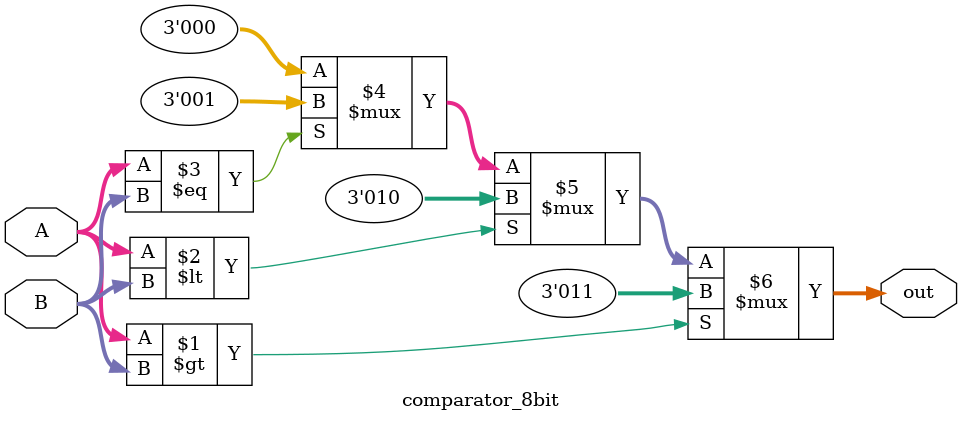
<source format=v>
module comparator_8bit(
    input  [7:0] A,
    input  [7:0] B,
    output [2:0] out
);

assign out = (A > B)  ? 3'b011 :
             (A < B)  ? 3'b010 :
             (A == B) ? 3'b001 :
                        3'b000;

endmodule

</source>
